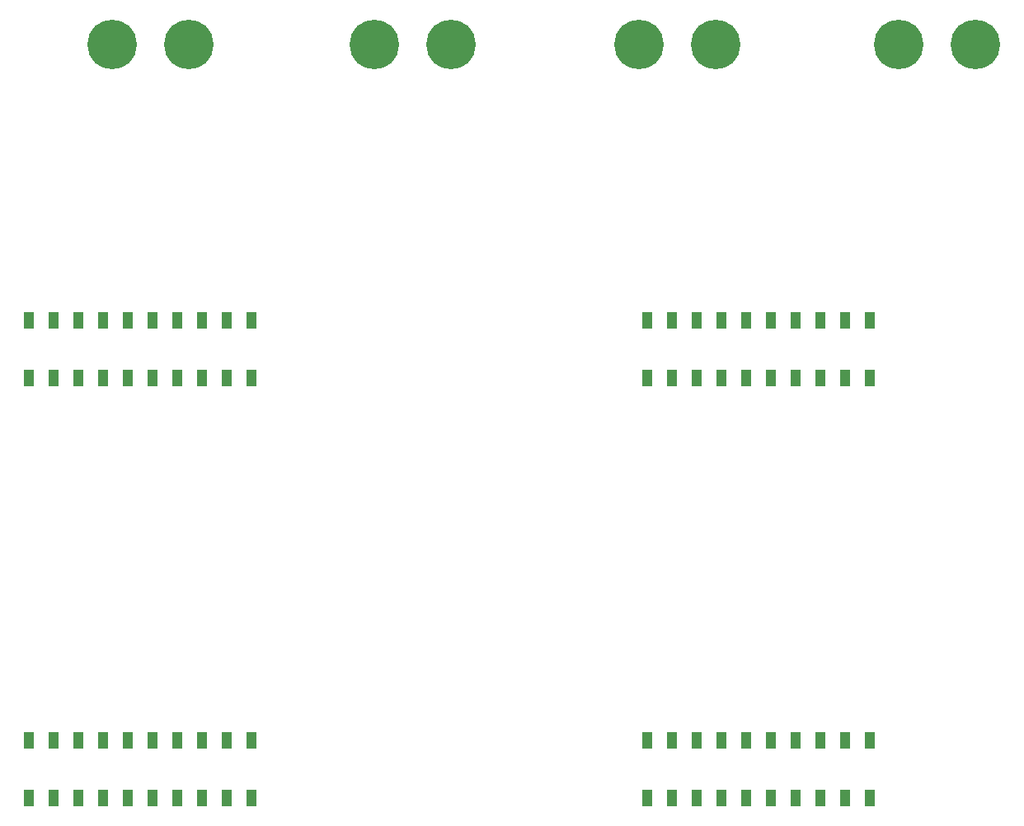
<source format=gbr>
G04 #@! TF.GenerationSoftware,KiCad,Pcbnew,(5.0.0)*
G04 #@! TF.CreationDate,2019-12-13T16:41:55-06:00*
G04 #@! TF.ProjectId,ScienceMotorController_Hardware,536369656E63654D6F746F72436F6E74,rev?*
G04 #@! TF.SameCoordinates,Original*
G04 #@! TF.FileFunction,Paste,Bot*
G04 #@! TF.FilePolarity,Positive*
%FSLAX46Y46*%
G04 Gerber Fmt 4.6, Leading zero omitted, Abs format (unit mm)*
G04 Created by KiCad (PCBNEW (5.0.0)) date 12/13/19 16:41:55*
%MOMM*%
%LPD*%
G01*
G04 APERTURE LIST*
%ADD10C,5.080000*%
%ADD11R,0.990600X1.778000*%
G04 APERTURE END LIST*
D10*
G04 #@! TO.C,Conn2*
X56261000Y-62382400D03*
X48387000Y-62382400D03*
G04 #@! TD*
G04 #@! TO.C,Conn3*
X83185000Y-62382400D03*
X75311000Y-62382400D03*
G04 #@! TD*
G04 #@! TO.C,Conn4*
X110363000Y-62382400D03*
X102489000Y-62382400D03*
G04 #@! TD*
G04 #@! TO.C,Conn5*
X129159000Y-62382400D03*
X137033000Y-62382400D03*
G04 #@! TD*
D11*
G04 #@! TO.C,U1*
X103378000Y-139852400D03*
X126238000Y-90779600D03*
X123698000Y-90779600D03*
X116078000Y-90779600D03*
X113538000Y-133959600D03*
X118618000Y-90779600D03*
X121158000Y-90779600D03*
X118618000Y-139852400D03*
X123698000Y-133959600D03*
X113538000Y-90779600D03*
X110998000Y-90779600D03*
X123698000Y-139852400D03*
X118618000Y-133959600D03*
X116078000Y-133959600D03*
X103378000Y-133959600D03*
X105918000Y-133959600D03*
X108458000Y-133959600D03*
X110998000Y-133959600D03*
X121158000Y-133959600D03*
X126238000Y-133959600D03*
X105918000Y-139852400D03*
X108458000Y-139852400D03*
X110998000Y-139852400D03*
X113538000Y-139852400D03*
X116078000Y-139852400D03*
X121158000Y-139852400D03*
X126238000Y-139852400D03*
X103378000Y-96672400D03*
X105918000Y-96672400D03*
X108458000Y-96672400D03*
X110998000Y-96672400D03*
X113538000Y-96672400D03*
X116078000Y-96672400D03*
X118618000Y-96672400D03*
X121158000Y-96672400D03*
X123698000Y-96672400D03*
X126238000Y-96672400D03*
X103378000Y-90779600D03*
X105918000Y-90779600D03*
X108458000Y-90779600D03*
X39878000Y-133959600D03*
X42418000Y-133959600D03*
X44958000Y-133959600D03*
X47498000Y-133959600D03*
X50038000Y-133959600D03*
X52578000Y-133959600D03*
X55118000Y-133959600D03*
X57658000Y-133959600D03*
X60198000Y-133959600D03*
X62738000Y-133959600D03*
X39878000Y-139852400D03*
X42418000Y-139852400D03*
X44958000Y-139852400D03*
X47498000Y-139852400D03*
X50038000Y-139852400D03*
X52578000Y-139852400D03*
X55118000Y-139852400D03*
X57658000Y-139852400D03*
X60198000Y-139852400D03*
X62738000Y-139852400D03*
X39878000Y-96672400D03*
X42418000Y-96672400D03*
X44958000Y-96672400D03*
X47498000Y-96672400D03*
X50038000Y-96672400D03*
X52578000Y-96672400D03*
X55118000Y-96672400D03*
X57658000Y-96672400D03*
X60198000Y-96672400D03*
X62738000Y-96672400D03*
X39878000Y-90779600D03*
X42418000Y-90779600D03*
X44958000Y-90779600D03*
X47498000Y-90779600D03*
X50038000Y-90779600D03*
X52578000Y-90779600D03*
X55118000Y-90779600D03*
X57658000Y-90779600D03*
X60198000Y-90779600D03*
X62738000Y-90779600D03*
G04 #@! TD*
M02*

</source>
